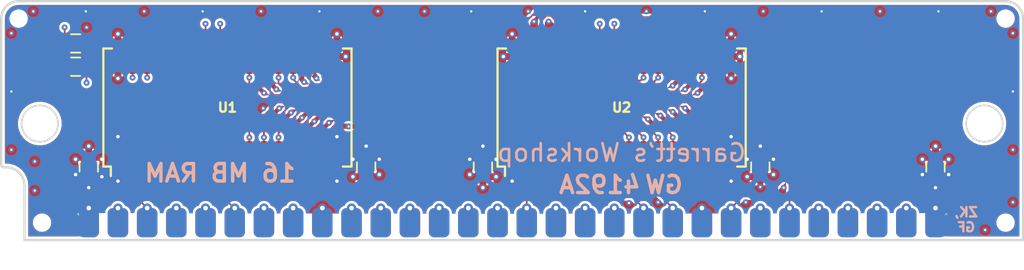
<source format=kicad_pcb>
(kicad_pcb (version 20221018) (generator pcbnew)
  (title_block (title "GW4192A") (date "2021-06-19") (rev "1.0-SOJ") (company "Garrett's Workshop"))
  (layers (0 "F.Cu" signal) (1 "In1.Cu" power) (2 "In2.Cu" signal) (31 "B.Cu" power) (34 "B.Paste" user) (35 "F.Paste" user) (36 "B.SilkS" user "B.Silkscreen") (37 "F.SilkS" user "F.Silkscreen") (38 "B.Mask" user) (39 "F.Mask" user) (44 "Edge.Cuts" user))
  (net 0 "")
  (net 1 "+5V")
  (net 2 "/D0")
  (net 3 "/D1")
  (net 4 "/~{WE}")
  (net 5 "/~{RAS}")
  (net 6 "/~{CAS}")
  (net 7 "/D2")
  (net 8 "/D3")
  (net 9 "GND")
  (net 10 "/D4")
  (net 11 "/D5")
  (net 12 "/D6")
  (net 13 "/D7")
  (net 14 "/QP")
  (net 15 "/~{CASP}")
  (net 16 "/DP")
  (net 17 "/1A0")
  (net 18 "/1A1")
  (net 19 "/1A2")
  (net 20 "/1A3")
  (net 21 "/1A4")
  (net 22 "/1A5")
  (net 23 "/1A6")
  (net 24 "/1A7")
  (net 25 "/1A8")
  (net 26 "/1A10")
  (net 27 "/1A9")
  (net 28 "Net-(U1-Pad27)")
  (net 29 "Net-(U1-Pad24)")
  (net 30 "/1A11")
  (net 31 "Net-(U2-Pad27)")
  (net 32 "Net-(U2-Pad24)")
  (net 33 "/~{OE}")
  (net 34 "Net-(U1-Pad29)")
  (net 35 "Net-(U1-Pad28)")
  (net 36 "Net-(U1-Pad7)")
  (net 37 "Net-(U1-Pad6)")
  (net 38 "Net-(U1-Pad5)")
  (net 39 "Net-(U1-Pad4)")
  (net 40 "Net-(U2-Pad4)")
  (net 41 "Net-(U2-Pad5)")
  (net 42 "Net-(U2-Pad6)")
  (net 43 "Net-(U2-Pad7)")
  (net 44 "Net-(U2-Pad28)")
  (net 45 "Net-(U2-Pad29)")
  (footprint "stdpads:SIMM-30_Edge" (layer "F.Cu") (at 120.65 99.822)
    (fp_text reference "J1")
    (fp_text value "DRAM-SIMM-30")
  )
  (footprint "stdpads:C_0805" (layer "F.Cu") (at 83.82 95.2255 90)
    (fp_text reference "C1")
    (fp_text value "2u2")
  )
  (footprint "stdpads:C_0805" (layer "F.Cu") (at 157.48 95.2255 90)
    (fp_text reference "C5")
    (fp_text value "2u2")
  )
  (footprint "stdpads:C_0805" (layer "F.Cu") (at 107.95 95.2255 -90)
    (fp_text reference "C2")
    (fp_text value "2u2")
  )
  (footprint "stdpads:C_0805" (layer "F.Cu") (at 118.11 95.2255 -90)
    (fp_text reference "C3")
    (fp_text value "2u2")
  )
  (footprint "stdpads:C_0805" (layer "F.Cu") (at 142.24 95.2255 -90)
    (fp_text reference "C4")
    (fp_text value "2u2")
  )
  (footprint "stdpads:R_0805" (layer "F.Cu") (at 82.677 86.487 180)
    (fp_text reference "R1")
    (fp_text value "EDO")
  )
  (footprint "stdpads:R_0805" (layer "F.Cu") (at 82.677 84.455)
    (fp_text reference "R2")
    (fp_text value "FPM")
  )
  (footprint "stdpads:PasteHole_1.152mm_NPTH" (layer "F.Cu") (at 163.576 82.296)
    (fp_text reference "H2")
    (fp_text value "MountingHole" hide)
  )
  (footprint "stdpads:PasteHole_1.152mm_NPTH" (layer "F.Cu") (at 77.724 82.296)
    (fp_text reference "H1")
    (fp_text value "MountingHole" hide)
  )
  (footprint "stdpads:PasteHole_1.152mm_NPTH" (layer "F.Cu") (at 79.756 100.076)
    (fp_text reference "H4")
    (fp_text value "MountingHole" hide)
  )
  (footprint "stdpads:PasteHole_1.152mm_NPTH" (layer "F.Cu") (at 163.576 100.076)
    (fp_text reference "H3")
    (fp_text value "MountingHole" hide)
  )
  (footprint "stdpads:SOJ-32_400mil" (layer "F.Cu") (at 95.885 90.043 90)
    (fp_text reference "U1")
    (fp_text value "KM44C16104")
  )
  (footprint "stdpads:SOJ-32_400mil" (layer "F.Cu") (at 130.175 90.043 90)
    (fp_text reference "U2")
    (fp_text value "KM44C16104")
  )
  (gr_line (start 76.2 94.996) (end 76.2 82.296) (stroke (width 0.2)) (layer "Edge.Cuts"))
  (gr_circle (center 79.5655 91.44) (end 77.978 91.44) (stroke (width 0.15)) (fill none) (layer "Edge.Cuts"))
  (gr_circle (center 161.7345 91.44) (end 163.322 91.44) (stroke (width 0.15)) (fill none) (layer "Edge.Cuts"))
  (gr_arc (start 163.576 80.772) (mid 164.653631 81.218369) (end 165.1 82.296) (stroke (width 0.2)) (layer "Edge.Cuts"))
  (gr_arc (start 76.2 82.296) (mid 76.646369 81.218369) (end 77.724 80.772) (stroke (width 0.2)) (layer "Edge.Cuts"))
  (gr_arc (start 76.454 95.25) (mid 76.274395 95.175605) (end 76.2 94.996) (stroke (width 0.2)) (layer "Edge.Cuts"))
  (gr_line (start 76.6445 95.25) (end 76.454 95.25) (stroke (width 0.2)) (layer "Edge.Cuts"))
  (gr_line (start 78.232 101.6) (end 78.232 96.8375) (stroke (width 0.2)) (layer "Edge.Cuts"))
  (gr_arc (start 76.6445 95.25) (mid 77.767032 95.714968) (end 78.232 96.8375) (stroke (width 0.2)) (layer "Edge.Cuts"))
  (gr_line (start 77.724 80.772) (end 163.576 80.772) (stroke (width 0.2)) (layer "Edge.Cuts"))
  (gr_line (start 165.1 101.6) (end 78.232 101.6) (stroke (width 0.2)) (layer "Edge.Cuts"))
  (gr_line (start 165.1 82.296) (end 165.1 101.6) (stroke (width 0.2)) (layer "Edge.Cuts"))
  (gr_text "16 MB RAM" (at 95.25 95.758) (layer "B.SilkS") (effects (font (size 1.524 1.524) (thickness 0.3)) (justify mirror)))
  (gr_text "GW" (at 133.858 96.774) (layer "B.SilkS") (effects (font (size 1.5 1.5) (thickness 0.3)) (justify mirror)))
  (gr_text "Garrett’s Workshop" (at 130.175 93.98) (layer "B.SilkS") (effects (font (size 1.524 1.524) (thickness 0.225)) (justify mirror)))
  (gr_text "4192A" (at 128.27 96.774) (layer "B.SilkS") (effects (font (size 1.5 1.5) (thickness 0.3)) (justify mirror)))
  (gr_text "ZK,\nGF" (at 160.147 99.822) (layer "B.SilkS") (effects (font (size 0.8128 0.8128) (thickness 0.2032)) (justify mirror)))
  (segment (start 117.143 94.3755) (end 116.967 94.5515) (width 0.6) (layer "F.Cu") (net 1))
  (segment (start 118.11 94.3755) (end 117.143 94.3755) (width 0.6) (layer "F.Cu") (net 1))
  (segment (start 118.11 94.3755) (end 119.077 94.3755) (width 0.6) (layer "F.Cu") (net 1))
  (segment (start 119.077 94.3755) (end 119.253 94.5515) (width 0.6) (layer "F.Cu") (net 1))
  (segment (start 105.41 94.513) (end 105.41 92.583) (width 0.6) (layer "F.Cu") (net 1))
  (segment (start 83.82 96.0755) (end 82.8675 96.0755) (width 0.6) (layer "F.Cu") (net 1))
  (segment (start 118.11 94.3755) (end 118.11 93.4085) (width 0.6) (layer "F.Cu") (net 1))
  (segment (start 120.65 94.513) (end 120.65 96.4565) (width 0.6) (layer "F.Cu") (net 1))
  (segment (start 119.253 94.5515) (end 120.5865 94.5515) (width 0.6) (layer "F.Cu") (net 1))
  (segment (start 105.41 94.513) (end 105.41 96.4565) (width 0.6) (layer "F.Cu") (net 1))
  (segment (start 141.097 94.5515) (end 139.7635 94.5515) (width 0.6) (layer "F.Cu") (net 1))
  (segment (start 86.36 94.513) (end 86.36 96.4565) (width 0.6) (layer "F.Cu") (net 1))
  (segment (start 106.983 94.3755) (end 106.807 94.5515) (width 0.6) (layer "F.Cu") (net 1))
  (segment (start 158.4325 96.0755) (end 158.623 95.885) (width 0.6) (layer "F.Cu") (net 1))
  (segment (start 120.5865 94.5515) (end 120.65 94.488) (width 0.6) (layer "F.Cu") (net 1))
  (segment (start 82.8675 96.0755) (end 82.677 95.885) (width 0.6) (layer "F.Cu") (net 1))
  (segment (start 157.48 96.0755) (end 158.4325 96.0755) (width 0.6) (layer "F.Cu") (net 1))
  (segment (start 105.4735 94.5515) (end 106.807 94.5515) (width 0.6) (layer "F.Cu") (net 1))
  (segment (start 105.41 94.488) (end 105.4735 94.5515) (width 0.6) (layer "F.Cu") (net 1))
  (segment (start 142.24 94.3755) (end 142.24 93.4085) (width 0.6) (layer "F.Cu") (net 1))
  (segment (start 107.95 94.3755) (end 106.983 94.3755) (width 0.6) (layer "F.Cu") (net 1))
  (segment (start 157.48 96.0755) (end 157.48 98.806) (width 0.8) (layer "F.Cu") (net 1))
  (segment (start 83.82 96.0755) (end 84.963 96.0755) (width 0.6) (layer "F.Cu") (net 1))
  (segment (start 143.207 94.3755) (end 143.383 94.5515) (width 0.6) (layer "F.Cu") (net 1))
  (segment (start 86.36 96.4565) (end 85.344 96.4565) (width 0.6) (layer "F.Cu") (net 1))
  (segment (start 83.82 96.0755) (end 83.82 97.028) (width 0.6) (layer "F.Cu") (net 1))
  (segment (start 86.36 94.513) (end 86.36 92.583) (width 0.6) (layer "F.Cu") (net 1))
  (segment (start 85.344 96.4565) (end 84.963 96.0755) (width 0.6) (layer "F.Cu") (net 1))
  (segment (start 107.95 94.3755) (end 108.917 94.3755) (width 0.6) (layer "F.Cu") (net 1))
  (segment (start 142.24 94.3755) (end 143.207 94.3755) (width 0.6) (layer "F.Cu") (net 1))
  (segment (start 107.95 94.3755) (end 107.95 93.4085) (width 0.6) (layer "F.Cu") (net 1))
  (segment (start 157.48 96.0755) (end 157.48 97.028) (width 0.6) (layer "F.Cu") (net 1))
  (segment (start 139.7 94.513) (end 139.7 92.583) (width 0.6) (layer "F.Cu") (net 1))
  (segment (start 139.7635 94.5515) (end 139.7 94.488) (width 0.6) (layer "F.Cu") (net 1))
  (segment (start 157.48 96.0755) (end 156.5275 96.0755) (width 0.6) (layer "F.Cu") (net 1))
  (segment (start 141.273 94.3755) (end 141.097 94.5515) (width 0.6) (layer "F.Cu") (net 1))
  (segment (start 83.82 97.028) (end 83.82 98.806) (width 0.6) (layer "F.Cu") (net 1))
  (segment (start 108.917 94.3755) (end 109.093 94.5515) (width 0.6) (layer "F.Cu") (net 1))
  (segment (start 156.5275 96.0755) (end 156.337 95.885) (width 0.6) (layer "F.Cu") (net 1))
  (segment (start 142.24 94.3755) (end 141.273 94.3755) (width 0.6) (layer "F.Cu") (net 1))
  (segment (start 139.7 94.513) (end 139.7 96.4565) (width 0.6) (layer "F.Cu") (net 1))
  (via (at 116.967 94.5515) (size 0.6) (drill 0.3) (layers "F.Cu" "B.Cu") (net 1))
  (via (at 119.253 94.5515) (size 0.6) (drill 0.3) (layers "F.Cu" "B.Cu") (net 1))
  (via (at 164.211 88.646) (size 0.508) (drill 0.2) (layers "F.Cu" "B.Cu") (net 1))
  (via (at 157.734 81.661) (size 0.508) (drill 0.2) (layers "F.Cu" "B.Cu") (net 1))
  (via (at 147.574 81.661) (size 0.508) (drill 0.2) (layers "F.Cu" "B.Cu") (net 1))
  (via (at 137.414 81.661) (size 0.508) (drill 0.2) (layers "F.Cu" "B.Cu") (net 1))
  (via (at 127 81.661) (size 0.508) (drill 0.2) (layers "F.Cu" "B.Cu") (net 1))
  (via (at 117.094 81.661) (size 0.508) (drill 0.2) (layers "F.Cu" "B.Cu") (net 1))
  (via (at 83.566 81.661) (size 0.508) (drill 0.2) (layers "F.Cu" "B.Cu") (net 1))
  (via (at 93.726 81.661) (size 0.508) (drill 0.2) (layers "F.Cu" "B.Cu") (net 1))
  (via (at 103.886 81.661) (size 0.508) (drill 0.2) (layers "F.Cu" "B.Cu") (net 1))
  (via (at 77.089 88.646) (size 0.508) (drill 0.2) (layers "F.Cu" "B.Cu") (net 1))
  (via (at 156.337 95.885) (size 0.6) (drill 0.3) (layers "F.Cu" "B.Cu") (net 1))
  (via (at 82.677 95.885) (size 0.6) (drill 0.3) (layers "F.Cu" "B.Cu") (net 1))
  (via (at 120.65 96.4565) (size 0.6) (drill 0.3) (layers "F.Cu" "B.Cu") (net 1))
  (via (at 107.95 93.4085) (size 0.6) (drill 0.3) (layers "F.Cu" "B.Cu") (net 1))
  (via (at 157.48 97.028) (size 0.6) (drill 0.3) (layers "F.Cu" "B.Cu") (net 1))
  (via (at 106.807 94.5515) (size 0.6) (drill 0.3) (layers "F.Cu" "B.Cu") (net 1))
  (via (at 139.7 92.583) (size 0.6) (drill 0.3) (layers "F.Cu" "B.Cu") (net 1))
  (via (at 118.11 93.4085) (size 0.6) (drill 0.3) (layers "F.Cu" "B.Cu") (net 1))
  (via (at 109.093 94.5515) (size 0.6) (drill 0.3) (layers "F.Cu" "B.Cu") (net 1))
  (via (at 83.82 97.028) (size 0.6) (drill 0.3) (layers "F.Cu" "B.Cu") (net 1))
  (via (at 143.383 94.5515) (size 0.6) (drill 0.3) (layers "F.Cu" "B.Cu") (net 1))
  (via (at 86.36 92.583) (size 0.6) (drill 0.3) (layers "F.Cu" "B.Cu") (net 1))
  (via (at 86.36 96.4565) (size 0.6) (drill 0.3) (layers "F.Cu" "B.Cu") (net 1))
  (via (at 105.41 96.4565) (size 0.6) (drill 0.3) (layers "F.Cu" "B.Cu") (net 1))
  (via (at 141.097 94.5515) (size 0.6) (drill 0.3) (layers "F.Cu" "B.Cu") (net 1))
  (via (at 142.24 93.4085) (size 0.6) (drill 0.3) (layers "F.Cu" "B.Cu") (net 1))
  (via (at 139.7 96.4565) (size 0.6) (drill 0.3) (layers "F.Cu" "B.Cu") (net 1))
  (via (at 105.41 92.583) (size 0.6) (drill 0.3) (layers "F.Cu" "B.Cu") (net 1))
  (via (at 84.963 96.0755) (size 0.6) (drill 0.3) (layers "F.Cu" "B.Cu") (net 1))
  (via (at 158.623 95.885) (size 0.6) (drill 0.3) (layers "F.Cu" "B.Cu") (net 1))
  (segment (start 87.63 94.513) (end 87.63 97.536) (width 0.1524) (layer "F.Cu") (net 2))
  (segment (start 87.63 97.536) (end 88.9 98.806) (width 0.1524) (layer "F.Cu") (net 2))
  (segment (start 88.9 100.076) (end 88.9 98.806) (width 0.1524) (layer "F.Cu") (net 2))
  (segment (start 88.9 97.155) (end 89.408 97.663) (width 0.1524) (layer "F.Cu") (net 3))
  (segment (start 89.408 97.663) (end 95.3135 97.663) (width 0.1524) (layer "F.Cu") (net 3))
  (segment (start 96.4565 98.806) (end 96.52 98.806) (width 0.1524) (layer "F.Cu") (net 3))
  (segment (start 88.9 94.513) (end 88.9 97.155) (width 0.1524) (layer "F.Cu") (net 3))
  (segment (start 96.52 100.076) (end 96.52 98.552) (width 0.1524) (layer "F.Cu") (net 3))
  (segment (start 95.3135 97.663) (end 96.4565 98.806) (width 0.1524) (layer "F.Cu") (net 3))
  (segment (start 108.48975 97.8535) (end 113.95075 92.3925) (width 0.1524) (layer "F.Cu") (net 4))
  (segment (start 129.0955 92.3925) (end 129.54 92.837) (width 0.1524) (layer "F.Cu") (net 4))
  (segment (start 95.25 94.513) (end 95.25 97.155) (width 0.1524) (layer "F.Cu") (net 4))
  (segment (start 95.9485 97.8535) (end 108.48975 97.8535) (width 0.1524) (layer "F.Cu") (net 4))
  (segment (start 129.54 92.837) (end 129.54 97.155) (width 0.1524) (layer "F.Cu") (net 4))
  (segment (start 129.921 97.536) (end 133.35 97.536) (width 0.1524) (layer "F.Cu") (net 4))
  (segment (start 95.25 97.155) (end 95.9485 97.8535) (width 0.1524) (layer "F.Cu") (net 4))
  (segment (start 113.95075 92.3925) (end 129.0955 92.3925) (width 0.1524) (layer "F.Cu") (net 4))
  (segment (start 129.54 97.155) (end 129.921 97.536) (width 0.1524) (layer "F.Cu") (net 4))
  (segment (start 133.35 97.536) (end 134.62 98.806) (width 0.1524) (layer "F.Cu") (net 4))
  (segment (start 96.52 97.155) (end 96.52 94.513) (width 0.1524) (layer "F.Cu") (net 5))
  (segment (start 130.81 92.6465) (end 130.81 94.513) (width 0.1524) (layer "F.Cu") (net 5))
  (segment (start 104.775 92.456) (end 104.775 97.409) (width 0.1524) (layer "F.Cu") (net 5))
  (segment (start 105.2195 92.0115) (end 104.775 92.456) (width 0.1524) (layer "F.Cu") (net 5))
  (segment (start 130.81 92.6465) (end 129.921 91.7575) (width 0.1524) (layer "F.Cu") (net 5))
  (segment (start 107.1245 92.202) (end 105.791 92.202) (width 0.1524) (layer "F.Cu") (net 5))
  (segment (start 104.648 97.536) (end 96.901 97.536) (width 0.1524) (layer "F.Cu") (net 5))
  (segment (start 96.901 97.536) (end 96.52 97.155) (width 0.1524) (layer "F.Cu") (net 5))
  (segment (start 105.791 92.202) (end 105.6005 92.0115) (width 0.1524) (layer "F.Cu") (net 5))
  (segment (start 104.775 97.409) (end 104.648 97.536) (width 0.1524) (layer "F.Cu") (net 5))
  (segment (start 105.6005 92.0115) (end 105.2195 92.0115) (width 0.1524) (layer "F.Cu") (net 5))
  (segment (start 129.921 91.7575) (end 107.569 91.7575) (width 0.1524) (layer "F.Cu") (net 5))
  (segment (start 107.569 91.7575) (end 107.1245 92.202) (width 0.1524) (layer "F.Cu") (net 5))
  (via (at 130.81 92.6465) (size 0.508) (drill 0.2) (layers "F.Cu" "B.Cu") (net 5))
  (segment (start 93.98 85.573) (end 93.98 82.7405) (width 0.1524) (layer "F.Cu") (net 6))
  (segment (start 83.627 87.8815) (end 83.627 86.487) (width 0.1524) (layer "F.Cu") (net 6))
  (segment (start 128.27 85.573) (end 128.27 82.7405) (width 0.1524) (layer "F.Cu") (net 6))
  (segment (start 83.6295 87.884) (end 83.627 87.8815) (width 0.1524) (layer "F.Cu") (net 6))
  (via (at 93.98 82.7405) (size 0.508) (drill 0.2) (layers "F.Cu" "B.Cu") (net 6))
  (via (at 83.6295 87.884) (size 0.508) (drill 0.2) (layers "F.Cu" "B.Cu") (net 6))
  (via (at 128.27 82.7405) (size 0.508) (drill 0.2) (layers "F.Cu" "B.Cu") (net 6))
  (segment (start 88.9 85.573) (end 88.9 87.4395) (width 0.1524) (layer "F.Cu") (net 7))
  (via (at 88.9 87.4395) (size 0.508) (drill 0.2) (layers "F.Cu" "B.Cu") (net 7))
  (segment (start 87.63 85.573) (end 87.63 87.4395) (width 0.1524) (layer "F.Cu") (net 8))
  (via (at 87.63 87.4395) (size 0.508) (drill 0.2) (layers "F.Cu" "B.Cu") (net 8))
  (segment (start 117.1575 96.0755) (end 116.967 95.885) (width 0.6) (layer "F.Cu") (net 9))
  (segment (start 118.11 96.0755) (end 117.1575 96.0755) (width 0.6) (layer "F.Cu") (net 9))
  (segment (start 118.11 96.0755) (end 118.11 97.028) (width 0.6) (layer "F.Cu") (net 9))
  (segment (start 86.36 85.573) (end 86.36 83.6295) (width 0.6) (layer "F.Cu") (net 9))
  (segment (start 105.41 85.573) (end 105.41 83.6295) (width 0.6) (layer "F.Cu") (net 9))
  (segment (start 105.435 85.598) (end 106.172 85.598) (width 0.6) (layer "F.Cu") (net 9))
  (segment (start 142.24 96.0755) (end 143.1925 96.0755) (width 0.6) (layer "F.Cu") (net 9))
  (segment (start 157.48 94.3755) (end 158.447 94.3755) (width 0.6) (layer "F.Cu") (net 9))
  (segment (start 107.95 96.0755) (end 106.807 96.0755) (width 0.6) (layer "F.Cu") (net 9))
  (segment (start 83.82 94.3755) (end 84.787 94.3755) (width 0.6) (layer "F.Cu") (net 9))
  (segment (start 158.447 94.3755) (end 158.623 94.5515) (width 0.6) (layer "F.Cu") (net 9))
  (segment (start 157.48 94.3755) (end 156.513 94.3755) (width 0.6) (layer "F.Cu") (net 9))
  (segment (start 84.787 94.3755) (end 84.963 94.5515) (width 0.6) (layer "F.Cu") (net 9))
  (segment (start 82.853 94.3755) (end 82.677 94.5515) (width 0.6) (layer "F.Cu") (net 9))
  (segment (start 83.627 83.0605) (end 83.6295 83.058) (width 0.1524) (layer "F.Cu") (net 9))
  (segment (start 139.7 85.573) (end 139.7 83.6295) (width 0.6) (layer "F.Cu") (net 9))
  (segment (start 142.24 96.0755) (end 142.24 96.9645) (width 0.508) (layer "F.Cu") (net 9))
  (segment (start 120.65 85.573) (end 120.625 85.598) (width 0.6) (layer "F.Cu") (net 9))
  (segment (start 86.36 85.573) (end 86.36 87.503) (width 0.6) (layer "F.Cu") (net 9))
  (segment (start 139.7 85.573) (end 139.725 85.598) (width 0.6) (layer "F.Cu") (net 9))
  (segment (start 139.725 85.598) (end 140.462 85.598) (width 0.6) (layer "F.Cu") (net 9))
  (segment (start 139.7 85.573) (end 139.7 87.503) (width 0.6) (layer "F.Cu") (net 9))
  (segment (start 83.82 94.3755) (end 83.82 93.4085) (width 0.6) (layer "F.Cu") (net 9))
  (segment (start 83.627 84.455) (end 83.627 83.0605) (width 0.1524) (layer "F.Cu") (net 9))
  (segment (start 157.48 94.3755) (end 157.48 93.4085) (width 0.6) (layer "F.Cu") (net 9))
  (segment (start 143.1925 96.0755) (end 143.383 95.885) (width 0.6) (layer "F.Cu") (net 9))
  (segment (start 156.513 94.3755) (end 156.337 94.5515) (width 0.6) (layer "F.Cu") (net 9))
  (segment (start 83.82 94.3755) (end 82.853 94.3755) (width 0.6) (layer "F.Cu") (net 9))
  (segment (start 107.95 96.0755) (end 108.9025 96.0755) (width 0.6) (layer "F.Cu") (net 9))
  (segment (start 108.9025 96.0755) (end 109.093 95.885) (width 0.6) (layer "F.Cu") (net 9))
  (segment (start 105.41 85.573) (end 105.435 85.598) (width 0.6) (layer "F.Cu") (net 9))
  (segment (start 142.24 96.0755) (end 141.097 96.0755) (width 0.6) (layer "F.Cu") (net 9))
  (segment (start 120.625 85.598) (end 119.888 85.598) (width 0.6) (layer "F.Cu") (net 9))
  (segment (start 120.65 85.573) (end 120.65 83.6295) (width 0.6) (layer "F.Cu") (net 9))
  (segment (start 118.11 96.0755) (end 119.253 96.0755) (width 0.6) (layer "F.Cu") (net 9))
  (via (at 162.306 81.661) (size 0.508) (drill 0.2) (layers "F.Cu" "B.Cu") (net 9))
  (via (at 79.121 94.742) (size 0.508) (drill 0.2) (layers "F.Cu" "B.Cu") (net 9))
  (via (at 116.967 95.885) (size 0.6) (drill 0.3) (layers "F.Cu" "B.Cu") (net 9))
  (via (at 118.11 97.028) (size 0.6) (drill 0.3) (layers "F.Cu" "B.Cu") (net 9))
  (via (at 106.426 91.694) (size 0.508) (drill 0.2) (layers "F.Cu" "B.Cu") (net 9))
  (via (at 135.6995 88.4555) (size 0.508) (drill 0.2) (layers "F.Cu" "B.Cu") (net 9))
  (via (at 134.62 90.424) (size 0.508) (drill 0.2) (layers "F.Cu" "B.Cu") (net 9))
  (via (at 136.779 88.773) (size 0.508) (drill 0.2) (layers "F.Cu" "B.Cu") (net 9))
  (via (at 133.5405 90.7415) (size 0.508) (drill 0.2) (layers "F.Cu" "B.Cu") (net 9))
  (via (at 135.6995 90.1065) (size 0.508) (drill 0.2) (layers "F.Cu" "B.Cu") (net 9))
  (via (at 134.62 88.138) (size 0.508) (drill 0.2) (layers "F.Cu" "B.Cu") (net 9))
  (via (at 132.461 91.059) (size 0.508) (drill 0.2) (layers "F.Cu" "B.Cu") (net 9))
  (via (at 100.1395 88.4555) (size 0.508) (drill 0.2) (layers "F.Cu" "B.Cu") (net 9))
  (via (at 133.35 98.298) (size 0.508) (drill 0.2) (layers "F.Cu" "B.Cu") (net 9))
  (via (at 98.9965 90.1065) (size 0.508) (drill 0.2) (layers "F.Cu" "B.Cu") (net 9))
  (via (at 161.798 100.711) (size 0.508) (drill 0.2) (layers "F.Cu" "B.Cu") (net 9))
  (via (at 164.211 83.566) (size 0.508) (drill 0.2) (layers "F.Cu" "B.Cu") (net 9))
  (via (at 79.121 97.282) (size 0.508) (drill 0.2) (layers "F.Cu" "B.Cu") (net 9))
  (via (at 152.654 81.661) (size 0.508) (drill 0.2) (layers "F.Cu" "B.Cu") (net 9))
  (via (at 142.494 81.661) (size 0.508) (drill 0.2) (layers "F.Cu" "B.Cu") (net 9))
  (via (at 132.334 81.661) (size 0.508) (drill 0.2) (layers "F.Cu" "B.Cu") (net 9))
  (via (at 122.047 81.661) (size 0.508) (drill 0.2) (layers "F.Cu" "B.Cu") (net 9))
  (via (at 78.994 81.661) (size 0.508) (drill 0.2) (layers "F.Cu" "B.Cu") (net 9))
  (via (at 77.089 83.566) (size 0.508) (drill 0.2) (layers "F.Cu" "B.Cu") (net 9))
  (via (at 88.646 81.661) (size 0.508) (drill 0.2) (layers "F.Cu" "B.Cu") (net 9))
  (via (at 98.806 81.661) (size 0.508) (drill 0.2) (layers "F.Cu" "B.Cu") (net 9))
  (via (at 108.966 81.661) (size 0.508) (drill 0.2) (layers "F.Cu" "B.Cu") (net 9))
  (via (at 113.03 81.661) (size 0.508) (drill 0.2) (layers "F.Cu" "B.Cu") (net 9))
  (via (at 77.089 93.726) (size 0.508) (drill 0.2) (layers "F.Cu" "B.Cu") (net 9))
  (via (at 164.211 93.726) (size 0.508) (drill 0.2) (layers "F.Cu" "B.Cu") (net 9))
  (via (at 164.211 98.298) (size 0.508) (drill 0.2) (layers "F.Cu" "B.Cu") (net 9))
  (via (at 144.272 97.028) (size 0.508) (drill 0.2) (layers "F.Cu" "B.Cu") (net 9))
  (via (at 140.97 98.298) (size 0.508) (drill 0.2) (layers "F.Cu" "B.Cu") (net 9))
  (via (at 130.81 98.3615) (size 0.508) (drill 0.2) (layers "F.Cu" "B.Cu") (net 9))
  (via (at 122.555 82.55) (size 0.508) (drill 0.2) (layers "F.Cu" "B.Cu") (net 9))
  (via (at 123.825 82.55) (size 0.508) (drill 0.2) (layers "F.Cu" "B.Cu") (net 9))
  (via (at 104.7115 91.3765) (size 0.508) (drill 0.2) (layers "F.Cu" "B.Cu") (net 9))
  (via (at 103.4415 91.2495) (size 0.508) (drill 0.2) (layers "F.Cu" "B.Cu") (net 9))
  (via (at 102.362 90.932) (size 0.508) (drill 0.2) (layers "F.Cu" "B.Cu") (net 9))
  (via (at 101.4095 90.4875) (size 0.508) (drill 0.2) (layers "F.Cu" "B.Cu") (net 9))
  (via (at 100.3935 90.1065) (size 0.508) (drill 0.2) (layers "F.Cu" "B.Cu") (net 9))
  (via (at 99.06 88.773) (size 0.508) (drill 0.2) (layers "F.Cu" "B.Cu") (net 9))
  (via (at 103.632 87.503) (size 0.508) (drill 0.2) (layers "F.Cu" "B.Cu") (net 9))
  (via (at 102.5525 87.8205) (size 0.508) (drill 0.2) (layers "F.Cu" "B.Cu") (net 9))
  (via (at 143.383 95.885) (size 0.6) (drill 0.3) (layers "F.Cu" "B.Cu") (net 9))
  (via (at 82.677 94.5515) (size 0.6) (drill 0.3) (layers "F.Cu" "B.Cu") (net 9))
  (via (at 109.093 95.885) (size 0.6) (drill 0.3) (layers "F.Cu" "B.Cu") (net 9))
  (via (at 139.7 83.6295) (size 0.6) (drill 0.3) (layers "F.Cu" "B.Cu") (net 9))
  (via (at 105.41 83.6295) (size 0.6) (drill 0.3) (layers "F.Cu" "B.Cu") (net 9))
  (via (at 120.65 83.6295) (size 0.6) (drill 0.3) (layers "F.Cu" "B.Cu") (net 9))
  (via (at 84.963 94.5515) (size 0.6) (drill 0.3) (layers "F.Cu" "B.Cu") (net 9))
  (via (at 83.82 93.4085) (size 0.6) (drill 0.3) (layers "F.Cu" "B.Cu") (net 9))
  (via (at 83.6295 83.058) (size 0.508) (drill 0.2) (layers "F.Cu" "B.Cu") (net 9))
  (via (at 119.888 85.598) (size 0.6) (drill 0.3) (layers "F.Cu" "B.Cu") (net 9))
  (via (at 157.48 93.4085) (size 0.6) (drill 0.3) (layers "F.Cu" "B.Cu") (net 9))
  (via (at 119.253 96.0755) (size 0.6) (drill 0.3) (layers "F.Cu" "B.Cu") (net 9))
  (via (at 141.097 96.0755) (size 0.6) (drill 0.3) (layers "F.Cu" "B.Cu") (net 9))
  (via (at 158.623 94.5515) (size 0.6) (drill 0.3) (layers "F.Cu" "B.Cu") (net 9))
  (via (at 142.24 96.9645) (size 0.508) (drill 0.2) (layers "F.Cu" "B.Cu") (net 9))
  (via (at 106.172 85.598) (size 0.6) (drill 0.3) (layers "F.Cu" "B.Cu") (net 9))
  (via (at 86.36 83.6295) (size 0.6) (drill 0.3) (layers "F.Cu" "B.Cu") (net 9))
  (via (at 156.337 94.5515) (size 0.6) (drill 0.3) (layers "F.Cu" "B.Cu") (net 9))
  (via (at 140.462 85.598) (size 0.6) (drill 0.3) (layers "F.Cu" "B.Cu") (net 9))
  (via (at 86.36 87.503) (size 0.6) (drill 0.3) (layers "F.Cu" "B.Cu") (net 9))
  (via (at 106.807 96.0755) (size 0.6) (drill 0.3) (layers "F.Cu" "B.Cu") (net 9))
  (via (at 139.7 87.503) (size 0.6) (drill 0.3) (layers "F.Cu" "B.Cu") (net 9))
  (segment (start 121.92 94.513) (end 121.92 98.806) (width 0.1524) (layer "F.Cu") (net 10))
  (segment (start 131.1275 97.8535) (end 132.08 98.806) (width 0.1524) (layer "F.Cu") (net 11))
  (segment (start 123.571 97.536) (end 129.4765 97.536) (width 0.1524) (layer "F.Cu") (net 11))
  (segment (start 129.4765 97.536) (end 129.794 97.8535) (width 0.1524) (layer "F.Cu") (net 11))
  (segment (start 123.19 94.513) (end 123.19 97.155) (width 0.1524) (layer "F.Cu") (net 11))
  (segment (start 123.19 97.155) (end 123.571 97.536) (width 0.1524) (layer "F.Cu") (net 11))
  (segment (start 129.794 97.8535) (end 131.1275 97.8535) (width 0.1524) (layer "F.Cu") (net 11))
  (segment (start 141.0335 90.424) (end 144.4625 93.853) (width 0.1524) (layer "F.Cu") (net 12))
  (segment (start 129.921 81.915) (end 130.4925 82.4865) (width 0.1524) (layer "F.Cu") (net 12))
  (segment (start 124.0155 82.042) (end 124.46 82.4865) (width 0.1524) (layer "F.Cu") (net 12))
  (segment (start 123.6345 82.042) (end 124.0155 82.042) (width 0.1524) (layer "F.Cu") (net 12))
  (segment (start 123.19 82.4865) (end 123.6345 82.042) (width 0.1524) (layer "F.Cu") (net 12))
  (segment (start 141.0335 83.2485) (end 141.0335 90.424) (width 0.1524) (layer "F.Cu") (net 12))
  (segment (start 139.92225 82.13725) (end 141.0335 83.2485) (width 0.1524) (layer "F.Cu") (net 12))
  (segment (start 130.4925 82.4865) (end 139.1285 82.4865) (width 0.1524) (layer "F.Cu") (net 12))
  (segment (start 139.1285 82.4865) (end 139.47775 82.13725) (width 0.1524) (layer "F.Cu") (net 12))
  (segment (start 124.46 82.4865) (end 127.3175 82.4865) (width 0.1524) (layer "F.Cu") (net 12))
  (segment (start 142.8115 97.79) (end 140.716 97.79) (width 0.1524) (layer "F.Cu") (net 12))
  (segment (start 140.716 97.79) (end 139.7 98.806) (width 0.1524) (layer "F.Cu") (net 12))
  (segment (start 127.889 81.915) (end 129.921 81.915) (width 0.1524) (layer "F.Cu") (net 12))
  (segment (start 123.19 85.573) (end 123.19 82.4865) (width 0.1524) (layer "F.Cu") (net 12))
  (segment (start 144.4625 96.139) (end 142.8115 97.79) (width 0.1524) (layer "F.Cu") (net 12))
  (segment (start 139.47775 82.13725) (end 139.92225 82.13725) (width 0.1524) (layer "F.Cu") (net 12))
  (segment (start 127.3175 82.4865) (end 127.889 81.915) (width 0.1524) (layer "F.Cu") (net 12))
  (segment (start 144.4625 93.853) (end 144.4625 96.139) (width 0.1524) (layer "F.Cu") (net 12))
  (segment (start 122.682 81.7245) (end 124.1425 81.7245) (width 0.1524) (layer "F.Cu") (net 13))
  (segment (start 121.92 82.4865) (end 122.682 81.7245) (width 0.1524) (layer "F.Cu") (net 13))
  (segment (start 127.762 81.5975) (end 130.048 81.5975) (width 0.1524) (layer "F.Cu") (net 13))
  (segment (start 141.351 83.1215) (end 141.351 90.297) (width 0.1524) (layer "F.Cu") (net 13))
  (segment (start 130.6195 82.169) (end 139.0015 82.169) (width 0.1524) (layer "F.Cu") (net 13))
  (segment (start 140.0175 81.788) (end 141.351 83.1215) (width 0.1524) (layer "F.Cu") (net 13))
  (segment (start 121.92 85.573) (end 121.92 82.4865) (width 0.1524) (layer "F.Cu") (net 13))
  (segment (start 124.1425 81.7245) (end 124.587 82.169) (width 0.1524) (layer "F.Cu") (net 13))
  (segment (start 124.587 82.169) (end 127.1905 82.169) (width 0.1524) (layer "F.Cu") (net 13))
  (segment (start 144.78 93.726) (end 144.78 98.806) (width 0.1524) (layer "F.Cu") (net 13))
  (segment (start 139.3825 81.788) (end 140.0175 81.788) (width 0.1524) (layer "F.Cu") (net 13))
  (segment (start 127.1905 82.169) (end 127.762 81.5975) (width 0.1524) (layer "F.Cu") (net 13))
  (segment (start 130.048 81.5975) (end 130.6195 82.169) (width 0.1524) (layer "F.Cu") (net 13))
  (segment (start 141.351 90.297) (end 144.78 93.726) (width 0.1524) (layer "F.Cu") (net 13))
  (segment (start 139.0015 82.169) (end 139.3825 81.788) (width 0.1524) (layer "F.Cu") (net 13))
  (segment (start 97.79 92.0115) (end 100.203 89.5985) (width 0.1524) (layer "F.Cu") (net 17))
  (segment (start 135.89 89.5985) (end 138.43 92.1385) (width 0.1524) (layer "F.Cu") (net 17))
  (segment (start 97.79 94.513) (end 97.79 92.6465) (width 0.1524) (layer "F.Cu") (net 17))
  (segment (start 100.203 89.5985) (end 135.89 89.5985) (width 0.1524) (layer "F.Cu") (net 17))
  (segment (start 138.43 92.1385) (end 138.43 94.513) (width 0.1524) (layer "F.Cu") (net 17))
  (segment (start 97.79 92.6465) (end 97.79 92.0115) (width 0.1524) (layer "F.Cu") (net 17))
  (via (at 97.79 92.6465) (size 0.508) (drill 0.2) (layers "F.Cu" "B.Cu") (net 17))
  (segment (start 99.06 94.513) (end 99.06 92.6465) (width 0.1524) (layer "F.Cu") (net 18))
  (segment (start 99.06 92.1385) (end 99.06 92.6465) (width 0.1524) (layer "F.Cu") (net 18))
  (segment (start 134.7978 89.9033) (end 101.2952 89.9033) (width 0.1524) (layer "F.Cu") (net 18))
  (segment (start 137.16 94.513) (end 137.16 92.2655) (width 0.1524) (layer "F.Cu") (net 18))
  (segment (start 137.16 92.2655) (end 134.7978 89.9033) (width 0.1524) (layer "F.Cu") (net 18))
  (segment (start 101.2952 89.9033) (end 99.06 92.1385) (width 0.1524) (layer "F.Cu") (net 18))
  (via (at 99.06 92.6465) (size 0.508) (drill 0.2) (layers "F.Cu" "B.Cu") (net 18))
  (segment (start 133.7056 90.2081) (end 135.89 92.3925) (width 0.1524) (layer "F.Cu") (net 19))
  (segment (start 100.33 92.6465) (end 100.33 92.2655) (width 0.1524) (layer "F.Cu") (net 19))
  (segment (start 100.33 94.513) (end 100.33 92.6465) (width 0.1524) (layer "F.Cu") (net 19))
  (segment (start 135.89 92.3925) (end 135.89 94.513) (width 0.1524) (layer "F.Cu") (net 19))
  (segment (start 100.33 92.2655) (end 102.3874 90.2081) (width 0.1524) (layer "F.Cu") (net 19))
  (segment (start 102.3874 90.2081) (end 133.7056 90.2081) (width 0.1524) (layer "F.Cu") (net 19))
  (via (at 100.33 92.6465) (size 0.508) (drill 0.2) (layers "F.Cu" "B.Cu") (net 19))
  (segment (start 134.62 92.5195) (end 132.6134 90.5129) (width 0.1524) (layer "F.Cu") (net 20))
  (segment (start 101.6 92.3925) (end 101.6 94.513) (width 0.1524) (layer "F.Cu") (net 20))
  (segment (start 103.4796 90.5129) (end 101.6 92.3925) (width 0.1524) (layer "F.Cu") (net 20))
  (segment (start 134.62 94.513) (end 134.62 92.6465) (width 0.1524) (layer "F.Cu") (net 20))
  (segment (start 134.62 92.6465) (end 134.62 92.5195) (width 0.1524) (layer "F.Cu") (net 20))
  (segment (start 132.6134 90.5129) (end 103.4796 90.5129) (width 0.1524) (layer "F.Cu") (net 20))
  (via (at 134.62 92.6465) (size 0.508) (drill 0.2) (layers "F.Cu" "B.Cu") (net 20))
  (segment (start 131.5339 90.8304) (end 133.35 92.6465) (width 0.1524) (layer "F.Cu") (net 21))
  (segment (start 104.5591 90.8304) (end 131.5339 90.8304) (width 0.1524) (layer "F.Cu") (net 21))
  (segment (start 102.87 92.5195) (end 104.5591 90.8304) (width 0.1524) (layer "F.Cu") (net 21))
  (segment (start 133.35 92.6465) (end 133.35 94.513) (width 0.1524) (layer "F.Cu") (net 21))
  (segment (start 102.87 94.513) (end 102.87 92.5195) (width 0.1524) (layer "F.Cu") (net 21))
  (via (at 133.35 92.6465) (size 0.508) (drill 0.2) (layers "F.Cu" "B.Cu") (net 21))
  (segment (start 130.5687 91.1352) (end 105.6513 91.1352) (width 0.1524) (layer "F.Cu") (net 22))
  (segment (start 132.08 92.6465) (end 130.5687 91.1352) (width 0.1524) (layer "F.Cu") (net 22))
  (segment (start 104.14 92.6465) (end 104.14 94.513) (width 0.1524) (layer "F.Cu") (net 22))
  (segment (start 132.08 94.513) (end 132.08 92.6465) (width 0.1524) (layer "F.Cu") (net 22))
  (segment (start 105.6513 91.1352) (end 104.14 92.6465) (width 0.1524) (layer "F.Cu") (net 22))
  (via (at 132.08 92.6465) (size 0.508) (drill 0.2) (layers "F.Cu" "B.Cu") (net 22))
  (segment (start 104.394 87.6935) (end 131.826 87.6935) (width 0.1524) (layer "F.Cu") (net 23))
  (segment (start 131.826 87.6935) (end 132.08 87.4395) (width 0.1524) (layer "F.Cu") (net 23))
  (segment (start 132.08 85.573) (end 132.08 87.4395) (width 0.1524) (layer "F.Cu") (net 23))
  (segment (start 104.14 85.573) (end 104.14 87.4395) (width 0.1524) (layer "F.Cu") (net 23))
  (segment (start 104.14 87.4395) (end 104.394 87.6935) (width 0.1524) (layer "F.Cu") (net 23))
  (via (at 132.08 87.4395) (size 0.508) (drill 0.2) (layers "F.Cu" "B.Cu") (net 23))
  (segment (start 132.7785 88.011) (end 133.35 87.4395) (width 0.1524) (layer "F.Cu") (net 24))
  (segment (start 103.4415 88.011) (end 132.7785 88.011) (width 0.1524) (layer "F.Cu") (net 24))
  (segment (start 133.35 87.4395) (end 133.35 85.573) (width 0.1524) (layer "F.Cu") (net 24))
  (segment (start 102.87 85.573) (end 102.87 87.4395) (width 0.1524) (layer "F.Cu") (net 24))
  (segment (start 102.87 87.4395) (end 103.4415 88.011) (width 0.1524) (layer "F.Cu") (net 24))
  (via (at 133.35 87.4395) (size 0.508) (drill 0.2) (layers "F.Cu" "B.Cu") (net 24))
  (segment (start 134.62 85.573) (end 134.62 87.4395) (width 0.1524) (layer "F.Cu") (net 25))
  (segment (start 134.62 87.4395) (end 133.731 88.3285) (width 0.1524) (layer "F.Cu") (net 25))
  (segment (start 102.362 88.3285) (end 101.6 87.5665) (width 0.1524) (layer "F.Cu") (net 25))
  (segment (start 133.731 88.3285) (end 102.362 88.3285) (width 0.1524) (layer "F.Cu") (net 25))
  (segment (start 101.6 85.573) (end 101.6 87.4395) (width 0.1524) (layer "F.Cu") (net 25))
  (segment (start 101.6 87.5665) (end 101.6 87.4395) (width 0.1524) (layer "F.Cu") (net 25))
  (via (at 101.6 87.4395) (size 0.508) (drill 0.2) (layers "F.Cu" "B.Cu") (net 25))
  (segment (start 137.16 87.4395) (end 137.16 87.6935) (width 0.1524) (layer "F.Cu") (net 26))
  (segment (start 137.16 85.573) (end 137.16 87.4395) (width 0.1524) (layer "F.Cu") (net 26))
  (segment (start 99.06 88.0745) (end 99.06 85.573) (width 0.1524) (layer "F.Cu") (net 26))
  (segment (start 135.89 88.9635) (end 99.949 88.9635) (width 0.1524) (layer "F.Cu") (net 26))
  (segment (start 137.16 87.6935) (end 135.89 88.9635) (width 0.1524) (layer "F.Cu") (net 26))
  (segment (start 99.949 88.9635) (end 99.06 88.0745) (width 0.1524) (layer "F.Cu") (net 26))
  (via (at 137.16 87.4395) (size 0.508) (drill 0.2) (layers "F.Cu" "B.Cu") (net 26))
  (segment (start 101.0285 88.646) (end 134.8105 88.646) (width 0.1524) (layer "F.Cu") (net 27))
  (segment (start 134.8105 88.646) (end 135.89 87.5665) (width 0.1524) (layer "F.Cu") (net 27))
  (segment (start 135.89 87.5665) (end 135.89 85.573) (width 0.1524) (layer "F.Cu") (net 27))
  (segment (start 100.33 87.9475) (end 101.0285 88.646) (width 0.1524) (layer "F.Cu") (net 27))
  (segment (start 100.33 87.4395) (end 100.33 87.9475) (width 0.1524) (layer "F.Cu") (net 27))
  (segment (start 100.33 85.573) (end 100.33 87.4395) (width 0.1524) (layer "F.Cu") (net 27))
  (via (at 100.33 87.4395) (size 0.508) (drill 0.2) (layers "F.Cu" "B.Cu") (net 27))
  (segment (start 98.8695 89.281) (end 97.79 88.2015) (width 0.1524) (layer "F.Cu") (net 30))
  (segment (start 138.43 87.8205) (end 136.9695 89.281) (width 0.1524) (layer "F.Cu") (net 30))
  (segment (start 136.9695 89.281) (end 98.8695 89.281) (width 0.1524) (layer "F.Cu") (net 30))
  (segment (start 138.43 85.573) (end 138.43 87.8205) (width 0.1524) (layer "F.Cu") (net 30))
  (segment (start 97.79 88.2015) (end 97.79 87.4395) (width 0.1524) (layer "F.Cu") (net 30))
  (segment (start 97.79 85.573) (end 97.79 87.4395) (width 0.1524) (layer "F.Cu") (net 30))
  (via (at 97.79 87.4395) (size 0.508) (drill 0.2) (layers "F.Cu" "B.Cu") (net 30))
  (segment (start 81.727 84.455) (end 81.727 83.0605) (width 0.1524) (layer "F.Cu") (net 33))
  (segment (start 129.54 85.573) (end 129.54 82.7405) (width 0.1524) (layer "F.Cu") (net 33))
  (segment (start 81.727 84.455) (end 81.727 86.487) (width 0.1524) (layer "F.Cu") (net 33))
  (segment (start 95.25 85.573) (end 95.25 82.7405) (width 0.1524) (layer "F.Cu") (net 33))
  (segment (start 81.727 83.0605) (end 81.7245 83.058) (width 0.1524) (layer "F.Cu") (net 33))
  (via (at 81.7245 83.058) (size 0.508) (drill 0.2) (layers "F.Cu" "B.Cu") (net 33))
  (via (at 95.25 82.7405) (size 0.508) (drill 0.2) (layers "F.Cu" "B.Cu") (net 33))
  (via (at 129.54 82.7405) (size 0.508) (drill 0.2) (layers "F.Cu" "B.Cu") (net 33))
  (zone (net 9) (net_name "GND") (layer "F.Cu") (connect_pads (clearance 0.1524)) (min_thickness 0.1524) (fill yes (thermal_gap 0.1524) (thermal_bridge_width 0.3))
    (polygon (pts (xy 76.2 80.772) (xy 165.1 80.772) (xy 165.1 101.6) (xy 76.2 101.6)))
  )
  (zone (net 0) (net_name "") (layers "F&B.Cu") (connect_pads (clearance 0)) (min_thickness 0.254)
    (keepout (tracks allowed) (vias allowed) (pads allowed) (copperpour not_allowed) (footprints allowed))
    (fill (thermal_gap 0.508) (thermal_bridge_width 0.508))
    (polygon (pts (xy 157.48 101.6) (xy 83.82 101.6) (xy 82.931 99.314) (xy 119.761 99.3775) (xy 158.369 99.314)))
  )
  (zone (net 1) (net_name "+5V") (layer "B.Cu") (connect_pads (clearance 0.1524)) (min_thickness 0.1524) (fill yes (thermal_gap 0.1524) (thermal_bridge_width 0.3))
    (polygon (pts (xy 76.2 80.772) (xy 165.1 80.772) (xy 165.1 101.6) (xy 76.2 101.6)))
  )
)
</source>
